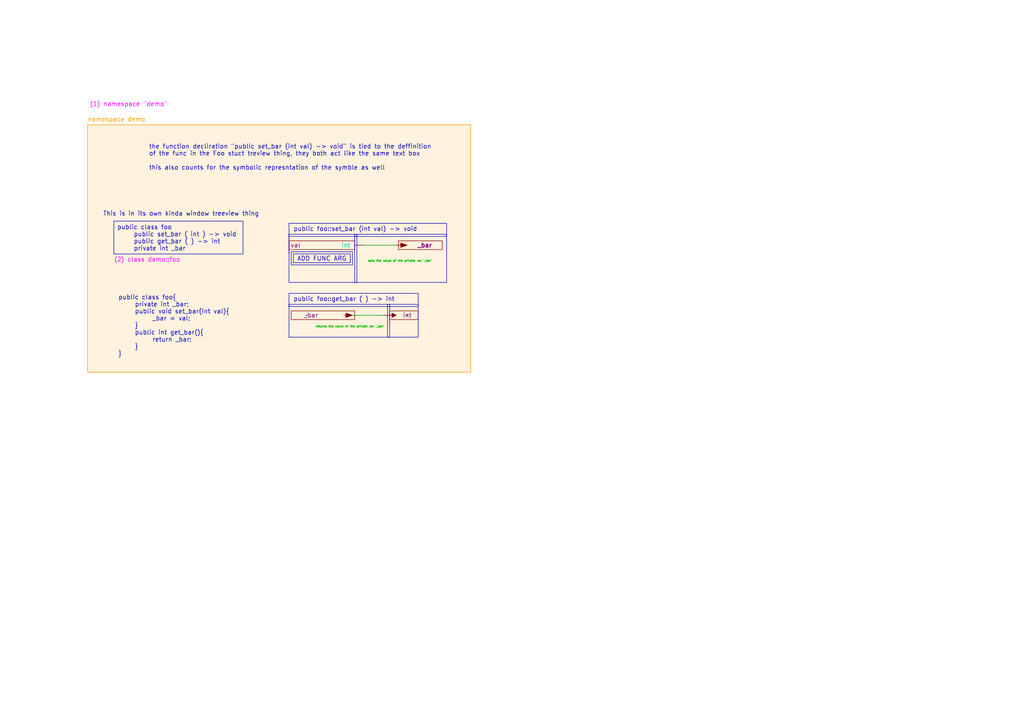
<source format=kicad_sch>
(kicad_sch (version 20230121) (generator eeschema)
  (paper "A4")
  (lib_symbols
    (symbol "__flowscript_code_syms:__function_return"
      (property "type" "type" (at 5.08 0 0))
      (symbol "__function_return_0_1"
        (rectangle (start 0 1.27) (end 8.255 -1.27))
      )
      (symbol "__function_return_1_1"
        (polyline (pts (xy 0 2.54) (xy 0 -2.54)) (fill (type color) (color 255 0 255 1)))
        (polyline (pts (xy 0.635 0.635) (xy 0.635 -0.635) (xy 1.905 0) (xy 0.635 0.635)) (fill (type outline)))
        (pin input line (at -1.905 0 0) (length 2.54) (name "") (number ""))
      )
    )
    (symbol "__flowscript_code_syms:__local_var_assignment"
      (property "var_name" "my_name" (at 6.985 0 0))
      (symbol "__local_var_assignment_0_1"
        (rectangle (start -0.635 1.27) (end 12.065 -1.27))
      )
      (symbol "__local_var_assignment_1_1"
        (polyline (pts (xy 0 0.635) (xy 0 -0.635) (xy 1.905 0) (xy 0 0.635)) (fill (type outline)))
        (pin input line (at -1.27 0 0) (length 2.54) (name "") (number ""))
      )
    )
    (symbol "__flowscript_code_syms:__local_var_read"
      (property "var_name" "var_name" (at -12.065 0 0))
      (symbol "__local_var_read_0_1"
        (rectangle (start -17.78 1.27) (end 0.635 -1.27))
      )
      (symbol "__local_var_read_1_1"
        (polyline (pts (xy 0 0) (xy -1.905 -0.635) (xy -1.905 0.635) (xy 0 0)) (fill (type outline)))
        (pin output line (at 0 0 180) (length 2.54) (name "") (number ""))
      )
    )
    (symbol "flowscript_code_syms:__function_argument" (pin_numbers hide)
      (property "var_name" "val" (at -12.065 0 0))
      (property "var_type" "int" (at 2.54 0 0))
      (symbol "__function_argument_0_1"
        (rectangle (start -13.97 1.27) (end 5.08 -1.27))
      )
      (symbol "__function_argument_1_1"
        (polyline (pts (xy -13.97 2.54) (xy -13.97 -2.54)) (stroke (width 0) (color 255 0 255 1)))
        (pin output line (at 7.62 0 180) (length 2.54) (name "") (number ""))
      )
    )
  )
  (wire (pts (xy 105.41 71.12) (xy 114.935 71.12)))
  (wire (pts (xy 102.235 91.44) (xy 111.125 91.44)))
  (rectangle (start 83.82 67.945) (end 103.505 68.58))
  (rectangle (start 25.4 36.195) (end 136.525 107.95) (stroke (width 0) (color 255 153 0 1)) (fill (type color) (color 255 229 191 0.51)))
  (rectangle (start 83.82 64.77) (end 129.54 81.915))
  (rectangle (start 102.87 67.945) (end 103.505 81.915))
  (rectangle (start 84.455 73.025) (end 102.235 76.835))
  (rectangle (start 112.395 88.265) (end 113.03 97.79))
  (rectangle (start 83.82 85.09) (end 121.285 97.79))
  (rectangle (start 102.87 67.945) (end 129.54 68.58))
  (rectangle (start 83.82 88.265) (end 121.285 88.9))
  (text_box "ADD FUNC ARG" (at 85.09 73.66 0) (size 16.51 2.54) (effects (font (size 1.27 1.27))))
  (text_box "public class foo\n	public set_bar ( int ) -> void\n	public get_bar ( ) -> int\n	private int _bar\n" (at 33.02 64.135 0) (size 37.465 9.525) (effects (font (size 1.27 1.27)) (justify left top)))
  (text "(2) class demo::foo" (at 33.02 76.2 0) (effects (font (size 1.27 1.27)) (justify left bottom)))
  (text "(1) namespace \"demo\"" (at 26.035 31.115 0) (effects (font (size 1.27 1.27)) (justify left bottom)))
  (text "public foo::get_bar ( ) -> int" (at 85.09 87.63 0) (effects (font (size 1.27 1.27)) (justify left bottom)))
  (text "sets the value of the private var `_bar`" (at 106.68 76.2 0) (effects (font (size 0.62 0.62)) (justify left bottom)))
  (text "public class foo{\n	private int _bar;\n	public void set_bar(int val){\n		_bar = val;\n	}\n	public int get_bar(){\n		return _bar;\n	}\n}" (at 34.29 103.505 0) (effects (font (size 1.27 1.27)) (justify left bottom)))
  (text "namespace demo" (at 25.4 35.56 0) (effects (font (size 1.27 1.27)) (justify left bottom)))
  (text "the function decliration \"public set_bar (int val) -> void\" is tied to the deffinition\nof the func in the Foo stuct treview thing, they both act like the same text box\n\nthis also counts for the symbolic represntation of the symble as well\n" (at 43.18 49.53 0) (effects (font (size 1.27 1.27)) (justify left bottom)))
  (text "public foo::set_bar (int val) -> void" (at 85.09 67.31 0) (effects (font (size 1.27 1.27)) (justify left bottom)))
  (text "This is in its own kinda window treeview thing\n" (at 29.845 62.865 0) (effects (font (size 1.27 1.27)) (justify left bottom)))
  (text "returns the value of the private var `_bar`" (at 91.44 95.25 0) (effects (font (size 0.62 0.62)) (justify left bottom)))
  (symbol (lib_id "__flowscript_code_syms:__local_var_assignment") (at 116.205 71.12 0) (unit 1)
    (property "Reference" "U1" (effects hide))
    (property "var_name" "_bar" (at 123.19 71.12 0) (effects (font bold)))
  )
  (symbol (lib_id "__flowscript_code_syms:__function_return") (at 113.03 91.44 0) (unit 1)
    (property "Reference" "fr1" (effects hide))
    (property "Value" "~" (at 118.11 91.44 0))
    (property "type" "int" (at 118.11 91.44 0))
  )
  (symbol (lib_id "flowscript_code_syms:__function_argument") (at 97.79 71.12 0) (unit 1)
    (property "Reference" "fa1" (effects hide))
    (property "var_name" "val" (at 85.725 71.12 0))
    (property "var_type" "int" (at 100.33 71.12 0))
  )
  (symbol (lib_id "__flowscript_code_syms:__local_var_read") (at 102.235 91.44 0) (unit 1)
    (property "Reference" "lvr1" (effects hide))
    (property "Value" "~" (at 88.9 91.44 0))
    (property "var_name" "_bar" (at 90.17 91.44 0))
  )
)
</source>
